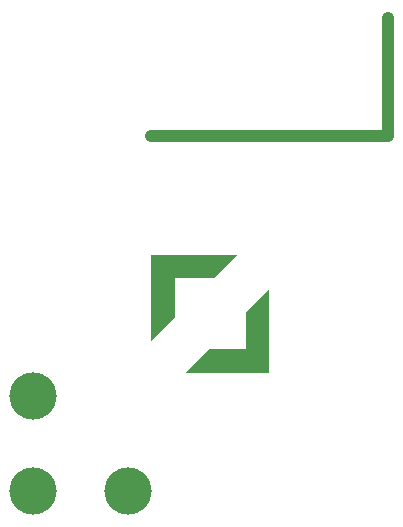
<source format=gtl>
G04 multi test*
%FSLAX24Y24*%
%MOMM*%
%ADD10C,1.00000*%
%ADD11C,4.00000*%
G01*
%LPD*%


G04 Draws*
D10*
G01*
X100000Y300000D02*
X300000D01*
Y400000D01*


G04 Contours*

G36*
X100000Y100000D02*
Y200000D01*
X200000D01*
Y100000D01*
X100000D02*
G37*
%LPC*%
G36*
X120000Y120000D02*
Y180000D01*
X180000D01*
Y120000D01*
X120000D02*
G37*

G04 Draw through contours*

G01*
D11*
X050000Y050000D02*
X250000Y250000D01*



%LPD*%

G04 Flashs*

X000000Y000000D03*
X000000Y080000D03*
X080000Y000000D03*


M02*

</source>
